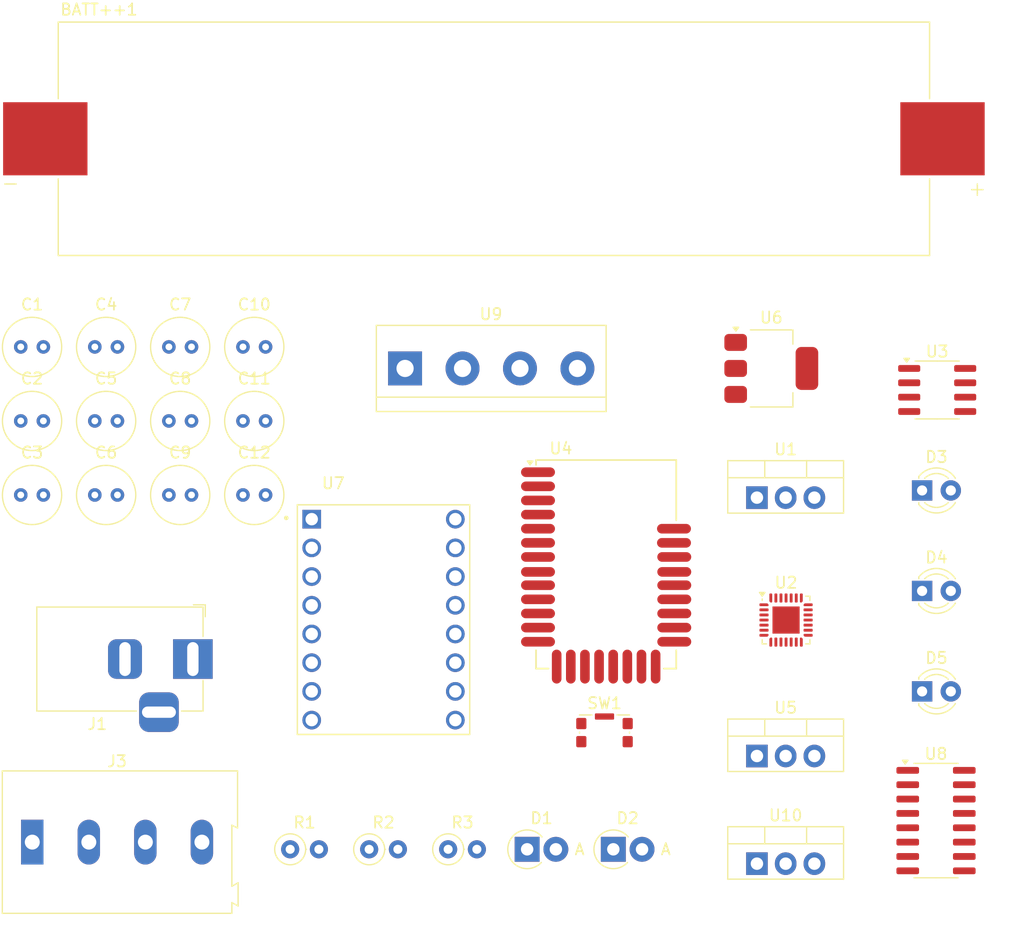
<source format=kicad_pcb>
(kicad_pcb (version 20240108) (generator "pcbnew") (generator_version "8.0")
  (layers (0 "F.Cu" signal) (31 "B.Cu" signal) (34 "B.Paste" user) (35 "F.Paste" user) (36 "B.SilkS" user "B.Silkscreen") (37 "F.SilkS" user "F.Silkscreen") (38 "B.Mask" user) (39 "F.Mask" user) (44 "Edge.Cuts" user))
  (net 0 "")
  (net 1 "Net-(D1-A)")
  (net 2 "GND")
  (net 3 "Net-(U1-VO)")
  (net 4 "/+12V")
  (net 5 "Net-(D1-K)")
  (net 6 "Net-(U5-VI)")
  (net 7 "/+5V")
  (net 8 "Net-(U5-VO)")
  (net 9 "Net-(U6-VO)")
  (net 10 "/3.3V")
  (net 11 "Net-(U2-VCC)")
  (net 12 "Net-(U2-AVCC)")
  (net 13 "Net-(U2-AREF)")
  (net 14 "Net-(U10-VI)")
  (net 15 "Net-(U10-VO)")
  (net 16 "Net-(U8-AVDD)")
  (net 17 "Net-(D2-A)")
  (net 18 "Net-(D3-A)")
  (net 19 "Net-(D4-A)")
  (net 20 "Net-(D5-A)")
  (net 21 "Net-(J3-Pin_2)")
  (net 22 "Net-(J3-Pin_3)")
  (net 23 "Net-(J3-Pin_4)")
  (net 24 "Net-(J3-Pin_1)")
  (net 25 "Net-(U2-~{RESET}{slash}PC6)")
  (net 26 "Net-(U2-PC5)")
  (net 27 "Net-(U2-PC4)")
  (net 28 "Net-(SW1-B)")
  (net 29 "Net-(U2-PD2)")
  (net 31 "Net-(U2-PD0)")
  (net 32 "Net-(U2-PD4)")
  (net 38 "Net-(U2-PD6)")
  (net 40 "Net-(U2-PD5)")
  (net 42 "Net-(U2-PD1)")
  (net 44 "Net-(U2-PD7)")
  (net 50 "Net-(U8-INA-)")
  (net 53 "Net-(U8-INA+)")
  (footprint "Connector_BarrelJack:BarrelJack_Horizontal" (layer "F.Cu") (at 118.395 113.3425)
    (property "Reference" "J1" (at -8.45 5.75 0) (layer "F.SilkS"))
    (property "Value" "Jack-DC")
    (fp_line (start -13.8 -4.6) (end 0.9 -4.6) (stroke (width 0.12)) (layer "F.SilkS"))
    (fp_line (start -13.8 4.6) (end -13.8 -4.6) (stroke (width 0.12)) (layer "F.SilkS"))
    (fp_line (start -5 4.6) (end -13.8 4.6) (stroke (width 0.12)) (layer "F.SilkS"))
    (fp_line (start 0.05 -4.8) (end 1.1 -4.8) (stroke (width 0.12)) (layer "F.SilkS"))
    (fp_line (start 0.9 -4.6) (end 0.9 -2) (stroke (width 0.12)) (layer "F.SilkS"))
    (fp_line (start 0.9 1.9) (end 0.9 4.6) (stroke (width 0.12)) (layer "F.SilkS"))
    (fp_line (start 0.9 4.6) (end -1 4.6) (stroke (width 0.12)) (layer "F.SilkS"))
    (fp_line (start 1.1 -3.75) (end 1.1 -4.8) (stroke (width 0.12)) (layer "F.SilkS"))
    (pad "1" thru_hole rect (at 0 0) (size 3.5 3.5) (drill oval 1 3) (layers "*.Cu" "*.Mask") (net 17 "Net-(D2-A)"))
    (pad "2" thru_hole roundrect (at -6 0) (size 3 3.5) (drill oval 1 3) (layers "*.Cu" "*.Mask") (net 2 "GND"))
    (pad "3" thru_hole roundrect (at -3 4.7) (size 3.5 3.5) (drill oval 3 1) (layers "*.Cu" "*.Mask"))
  )
  (footprint "Capacitor_THT:C_Radial_D5.0mm_H5.0mm_P2.00mm" (layer "F.Cu") (at 116.275 98.825)
    (property "Reference" "C9" (at 1 -3.75 0) (layer "F.SilkS"))
    (property "Value" "0.33uF")
    (fp_circle (center 1 0) (end 3.62 0) (stroke (width 0.12)) (fill none) (layer "F.SilkS"))
    (pad "1" thru_hole circle (at 0 0) (size 1.2 1.2) (drill 0.6) (layers "*.Cu" "*.Mask") (net 14 "Net-(U10-VI)"))
    (pad "2" thru_hole circle (at 2 0) (size 1.2 1.2) (drill 0.6) (layers "*.Cu" "*.Mask") (net 4 "/+12V"))
  )
  (footprint "DRV8825_STEPPER_MOTOR_DRIVER_CARRIER:IC_DRV8825_STEPPER_MOTOR_DRIVER_CARRIER" (layer "F.Cu") (at 135.255 109.855)
    (property "Reference" "U7" (at -4.445 -12.065 0) (layer "F.SilkS"))
    (property "Value" "STEPPER_MOTOR_DRIVER_CARRIER")
    (fp_line (start -7.62 -10.16) (end 7.62 -10.16) (stroke (width 0.127)) (layer "F.SilkS"))
    (fp_line (start -7.62 10.16) (end -7.62 -10.16) (stroke (width 0.127)) (layer "F.SilkS"))
    (fp_line (start 7.62 -10.16) (end 7.62 10.16) (stroke (width 0.127)) (layer "F.SilkS"))
    (fp_line (start 7.62 10.16) (end -7.62 10.16) (stroke (width 0.127)) (layer "F.SilkS"))
    (fp_circle (center -8.6 -9) (end -8.5 -9) (stroke (width 0.2)) (fill none) (layer "F.SilkS"))
    (pad "1" thru_hole rect (at -6.35 -8.89) (size 1.65 1.65) (drill 1.1) (layers "*.Cu" "*.Mask"))
    (pad "2" thru_hole circle (at -6.35 -6.35) (size 1.65 1.65) (drill 1.1) (layers "*.Cu" "*.Mask") (net 2 "GND"))
    (pad "3" thru_hole circle (at -6.35 -3.81) (size 1.65 1.65) (drill 1.1) (layers "*.Cu" "*.Mask") (net 2 "GND"))
    (pad "4" thru_hole circle (at -6.35 -1.27) (size 1.65 1.65) (drill 1.1) (layers "*.Cu" "*.Mask") (net 2 "GND"))
    (pad "5" thru_hole circle (at -6.35 1.27) (size 1.65 1.65) (drill 1.1) (layers "*.Cu" "*.Mask") (net 7 "/+5V"))
    (pad "6" thru_hole circle (at -6.35 3.81) (size 1.65 1.65) (drill 1.1) (layers "*.Cu" "*.Mask") (net 7 "/+5V"))
    (pad "7" thru_hole circle (at -6.35 6.35) (size 1.65 1.65) (drill 1.1) (layers "*.Cu" "*.Mask") (net 38 "Net-(U2-PD6)"))
    (pad "8" thru_hole circle (at -6.35 8.89) (size 1.65 1.65) (drill 1.1) (layers "*.Cu" "*.Mask") (net 44 "Net-(U2-PD7)"))
    (pad "9" thru_hole circle (at 6.35 8.89) (size 1.65 1.65) (drill 1.1) (layers "*.Cu" "*.Mask") (net 2 "GND"))
    (pad "10" thru_hole circle (at 6.35 6.35) (size 1.65 1.65) (drill 1.1) (layers "*.Cu" "*.Mask") (net 7 "/+5V"))
    (pad "11" thru_hole circle (at 6.35 3.81) (size 1.65 1.65) (drill 1.1) (layers "*.Cu" "*.Mask") (net 21 "Net-(J3-Pin_2)"))
    (pad "12" thru_hole circle (at 6.35 1.27) (size 1.65 1.65) (drill 1.1) (layers "*.Cu" "*.Mask") (net 24 "Net-(J3-Pin_1)"))
    (pad "13" thru_hole circle (at 6.35 -1.27) (size 1.65 1.65) (drill 1.1) (layers "*.Cu" "*.Mask") (net 22 "Net-(J3-Pin_3)"))
    (pad "14" thru_hole circle (at 6.35 -3.81) (size 1.65 1.65) (drill 1.1) (layers "*.Cu" "*.Mask") (net 23 "Net-(J3-Pin_4)"))
    (pad "15" thru_hole circle (at 6.35 -6.35) (size 1.65 1.65) (drill 1.1) (layers "*.Cu" "*.Mask") (net 2 "GND"))
    (pad "16" thru_hole circle (at 6.35 -8.89) (size 1.65 1.65) (drill 1.1) (layers "*.Cu" "*.Mask") (net 4 "/+12V"))
  )
  (footprint "Resistor_THT:R_Axial_DIN0207_L6.3mm_D2.5mm_P2.54mm_Vertical" (layer "F.Cu") (at 127 130.175)
    (property "Reference" "R1" (at 1.27 -2.37 0) (layer "F.SilkS"))
    (property "Value" "10K")
    (fp_line (start 1.37 0) (end 1.44 0) (stroke (width 0.12)) (layer "F.SilkS"))
    (fp_circle (center 0 0) (end 1.37 0) (stroke (width 0.12)) (fill none) (layer "F.SilkS"))
    (pad "1" thru_hole circle (at 0 0) (size 1.6 1.6) (drill 0.8) (layers "*.Cu" "*.Mask") (net 7 "/+5V"))
    (pad "2" thru_hole oval (at 2.54 0) (size 1.6 1.6) (drill 0.8) (layers "*.Cu" "*.Mask") (net 25 "Net-(U2-~{RESET}{slash}PC6)"))
  )
  (footprint "Capacitor_THT:C_Radial_D5.0mm_H5.0mm_P2.00mm" (layer "F.Cu") (at 122.825 85.725)
    (property "Reference" "C10" (at 1 -3.75 0) (layer "F.SilkS"))
    (property "Value" "0.1 uF")
    (fp_circle (center 1 0) (end 3.62 0) (stroke (width 0.12)) (fill none) (layer "F.SilkS"))
    (pad "1" thru_hole circle (at 0 0) (size 1.2 1.2) (drill 0.6) (layers "*.Cu" "*.Mask") (net 15 "Net-(U10-VO)"))
    (pad "2" thru_hole circle (at 2 0) (size 1.2 1.2) (drill 0.6) (layers "*.Cu" "*.Mask") (net 16 "Net-(U8-AVDD)"))
  )
  (footprint "Capacitor_THT:C_Radial_D5.0mm_H5.0mm_P2.00mm" (layer "F.Cu") (at 103.175 85.725)
    (property "Reference" "C1" (at 1 -3.75 0) (layer "F.SilkS"))
    (property "Value" "0.1 uF")
    (fp_circle (center 1 0) (end 3.62 0) (stroke (width 0.12)) (fill none) (layer "F.SilkS"))
    (pad "1" thru_hole circle (at 0 0) (size 1.2 1.2) (drill 0.6) (layers "*.Cu" "*.Mask") (net 3 "Net-(U1-VO)"))
    (pad "2" thru_hole circle (at 2 0) (size 1.2 1.2) (drill 0.6) (layers "*.Cu" "*.Mask") (net 4 "/+12V"))
  )
  (footprint "Capacitor_THT:C_Radial_D5.0mm_H5.0mm_P2.00mm" (layer "F.Cu") (at 109.725 92.275)
    (property "Reference" "C5" (at 1 -3.75 0) (layer "F.SilkS"))
    (property "Value" "0.1 uF")
    (fp_circle (center 1 0) (end 3.62 0) (stroke (width 0.12)) (fill none) (layer "F.SilkS"))
    (pad "1" thru_hole circle (at 0 0) (size 1.2 1.2) (drill 0.6) (layers "*.Cu" "*.Mask") (net 9 "Net-(U6-VO)"))
    (pad "2" thru_hole circle (at 2 0) (size 1.2 1.2) (drill 0.6) (layers "*.Cu" "*.Mask") (net 10 "/3.3V"))
  )
  (footprint "Capacitor_THT:C_Radial_D5.0mm_H5.0mm_P2.00mm" (layer "F.Cu") (at 122.825 92.275)
    (property "Reference" "C11" (at 1 -3.75 0) (layer "F.SilkS"))
    (property "Value" "0.1 uF")
    (fp_circle (center 1 0) (end 3.62 0) (stroke (width 0.12)) (fill none) (layer "F.SilkS"))
    (pad "1" thru_hole circle (at 0 0) (size 1.2 1.2) (drill 0.6) (layers "*.Cu" "*.Mask") (net 16 "Net-(U8-AVDD)"))
    (pad "2" thru_hole circle (at 2 0) (size 1.2 1.2) (drill 0.6) (layers "*.Cu" "*.Mask") (net 2 "GND"))
  )
  (footprint "Package_TO_SOT_THT:TO-220-3_Vertical" (layer "F.Cu") (at 168.275 121.92)
    (property "Reference" "U5" (at 2.54 -4.27 0) (layer "F.SilkS"))
    (property "Value" "Linear Regulator")
    (fp_line (start -2.58 -3.27) (end -2.58 1.371) (stroke (width 0.12)) (layer "F.SilkS"))
    (fp_line (start -2.58 -3.27) (end 7.66 -3.27) (stroke (width 0.12)) (layer "F.SilkS"))
    (fp_line (start -2.58 -1.76) (end 7.66 -1.76) (stroke (width 0.12)) (layer "F.SilkS"))
    (fp_line (start -2.58 1.371) (end 7.66 1.371) (stroke (width 0.12)) (layer "F.SilkS"))
    (fp_line (start 0.69 -3.27) (end 0.69 -1.76) (stroke (width 0.12)) (layer "F.SilkS"))
    (fp_line (start 4.391 -3.27) (end 4.391 -1.76) (stroke (width 0.12)) (layer "F.SilkS"))
    (fp_line (start 7.66 -3.27) (end 7.66 1.371) (stroke (width 0.12)) (layer "F.SilkS"))
    (pad "1" thru_hole rect (at 0 0) (size 1.905 2) (drill 1.1) (layers "*.Cu" "*.Mask") (net 6 "Net-(U5-VI)"))
    (pad "2" thru_hole oval (at 2.54 0) (size 1.905 2) (drill 1.1) (layers "*.Cu" "*.Mask") (net 2 "GND"))
    (pad "3" thru_hole oval (at 5.08 0) (size 1.905 2) (drill 1.1) (layers "*.Cu" "*.Mask") (net 8 "Net-(U5-VO)"))
  )
  (footprint "Package_TO_SOT_THT:TO-220-3_Vertical" (layer "F.Cu") (at 168.275 131.445)
    (property "Reference" "U10" (at 2.54 -4.27 0) (layer "F.SilkS"))
    (property "Value" "Linear Regulator")
    (fp_line (start -2.58 -3.27) (end -2.58 1.371) (stroke (width 0.12)) (layer "F.SilkS"))
    (fp_line (start -2.58 -3.27) (end 7.66 -3.27) (stroke (width 0.12)) (layer "F.SilkS"))
    (fp_line (start -2.58 -1.76) (end 7.66 -1.76) (stroke (width 0.12)) (layer "F.SilkS"))
    (fp_line (start -2.58 1.371) (end 7.66 1.371) (stroke (width 0.12)) (layer "F.SilkS"))
    (fp_line (start 0.69 -3.27) (end 0.69 -1.76) (stroke (width 0.12)) (layer "F.SilkS"))
    (fp_line (start 4.391 -3.27) (end 4.391 -1.76) (stroke (width 0.12)) (layer "F.SilkS"))
    (fp_line (start 7.66 -3.27) (end 7.66 1.371) (stroke (width 0.12)) (layer "F.SilkS"))
    (pad "1" thru_hole rect (at 0 0) (size 1.905 2) (drill 1.1) (layers "*.Cu" "*.Mask") (net 14 "Net-(U10-VI)"))
    (pad "2" thru_hole oval (at 2.54 0) (size 1.905 2) (drill 1.1) (layers "*.Cu" "*.Mask") (net 2 "GND"))
    (pad "3" thru_hole oval (at 5.08 0) (size 1.905 2) (drill 1.1) (layers "*.Cu" "*.Mask") (net 15 "Net-(U10-VO)"))
  )
  (footprint "Diode_THT:D_DO-41_SOD81_P2.54mm_Vertical_AnodeUp" (layer "F.Cu") (at 155.575 130.175)
    (property "Reference" "D2" (at 1.27 -2.750635 0) (layer "F.SilkS"))
    (property "Value" "V_IN")
    (fp_arc (start 1.251551 1.167366) (mid -1.710877 -0.044974) (end 1.311153 -1.1) (stroke (width 0.12)) (layer "F.SilkS"))
    (fp_text user "A" (at 4.64 0 0) (layer "F.SilkS"))
    (pad "1" thru_hole rect (at 0 0) (size 2.2 2.2) (drill 1.1) (layers "*.Cu" "*.Mask") (net 5 "Net-(D1-K)"))
    (pad "2" thru_hole oval (at 2.54 0) (size 2.2 2.2) (drill 1.1) (layers "*.Cu" "*.Mask") (net 17 "Net-(D2-A)"))
  )
  (footprint "Package_SO:SOP-16_3.9x9.9mm_P1.27mm" (layer "F.Cu") (at 184.11 127.635)
    (property "Reference" "U8" (at 0 -5.9 0) (layer "F.SilkS"))
    (property "Value" "HX711")
    (fp_line (start 0 -5.06) (end -1.95 -5.06) (stroke (width 0.12)) (layer "F.SilkS"))
    (fp_line (start 0 -5.06) (end 1.95 -5.06) (stroke (width 0.12)) (layer "F.SilkS"))
    (fp_line (start 0 5.06) (end -1.95 5.06) (stroke (width 0.12)) (layer "F.SilkS"))
    (fp_line (start 0 5.06) (end 1.95 5.06) (stroke (width 0.12)) (layer "F.SilkS"))
    (fp_poly (pts (xy -2.725 -5.005) (xy -2.965 -5.335) (xy -2.485 -5.335) (xy -2.725 -5.005)) (stroke (width 0.12)) (fill solid) (layer "F.SilkS"))
    (pad "1" smd roundrect (at -2.5 -4.445) (size 2 0.6) (layers "F.Cu" "F.Paste" "F.Mask") (net 16 "Net-(U8-AVDD)"))
    (pad "2" smd roundrect (at -2.5 -3.175) (size 2 0.6) (layers "F.Cu" "F.Paste" "F.Mask") (net 2 "GND"))
    (pad "3" smd roundrect (at -2.5 -1.905) (size 2 0.6) (layers "F.Cu" "F.Paste" "F.Mask") (net 16 "Net-(U8-AVDD)"))
    (pad "4" smd roundrect (at -2.5 -0.635) (size 2 0.6) (layers "F.Cu" "F.Paste" "F.Mask"))
    (pad "5" smd roundrect (at -2.5 0.635) (size 2 0.6) (layers "F.Cu" "F.Paste" "F.Mask") (net 2 "GND"))
    (pad "6" smd roundrect (at -2.5 1.905) (size 2 0.6) (layers "F.Cu" "F.Paste" "F.Mask"))
    (pad "7" smd roundrect (at -2.5 3.175) (size 2 0.6) (layers "F.Cu" "F.Paste" "F.Mask") (net 50 "Net-(U8-INA-)"))
    (pad "8" smd roundrect (at -2.5 4.445) (size 2 0.6) (layers "F.Cu" "F.Paste" "F.Mask") (net 53 "Net-(U8-INA+)"))
    (pad "9" smd roundrect (at 2.5 4.445) (size 2 0.6) (layers "F.Cu" "F.Paste" "F.Mask"))
    (pad "10" smd roundrect (at 2.5 3.175) (size 2 0.6) (layers "F.Cu" "F.Paste" "F.Mask"))
    (pad "11" smd roundrect (at 2.5 1.905) (size 2 0.6) (layers "F.Cu" "F.Paste" "F.Mask") (net 40 "Net-(U2-PD5)"))
    (pad "12" smd roundrect (at 2.5 0.635) (size 2 0.6) (layers "F.Cu" "F.Paste" "F.Mask") (net 32 "Net-(U2-PD4)"))
    (pad "13" smd roundrect (at 2.5 -0.635) (size 2 0.6) (layers "F.Cu" "F.Paste" "F.Mask") (net 2 "GND"))
    (pad "14" smd roundrect (at 2.5 -1.905) (size 2 0.6) (layers "F.Cu" "F.Paste" "F.Mask") (net 2 "GND"))
    (pad "15" smd roundrect (at 2.5 -3.175) (size 2 0.6) (layers "F.Cu" "F.Paste" "F.Mask") (net 2 "GND"))
    (pad "16" smd roundrect (at 2.5 -4.445) (size 2 0.6) (layers "F.Cu" "F.Paste" "F.Mask") (net 16 "Net-(U8-AVDD)"))
  )
  (footprint "Capacitor_THT:C_Radial_D5.0mm_H5.0mm_P2.00mm" (layer "F.Cu") (at 109.725 85.725)
    (property "Reference" "C4" (at 1 -3.75 0) (layer "F.SilkS"))
    (property "Value" "0.1 uF")
    (fp_circle (center 1 0) (end 3.62 0) (stroke (width 0.12)) (fill none) (layer "F.SilkS"))
    (pad "1" thru_hole circle (at 0 0) (size 1.2 1.2) (drill 0.6) (layers "*.Cu" "*.Mask") (net 8 "Net-(U5-VO)"))
    (pad "2" thru_hole circle (at 2 0) (size 1.2 1.2) (drill 0.6) (layers "*.Cu" "*.Mask") (net 7 "/+5V"))
  )
  (footprint "Resistor_THT:R_Axial_DIN0207_L6.3mm_D2.5mm_P2.54mm_Vertical" (layer "F.Cu") (at 133.985 130.175)
    (property "Reference" "R2" (at 1.27 -2.37 0) (layer "F.SilkS"))
    (property "Value" "4.7K")
    (fp_line (start 1.37 0) (end 1.44 0) (stroke (width 0.12)) (layer "F.SilkS"))
    (fp_circle (center 0 0) (end 1.37 0) (stroke (width 0.12)) (fill none) (layer "F.SilkS"))
    (pad "1" thru_hole circle (at 0 0) (size 1.6 1.6) (drill 0.8) (layers "*.Cu" "*.Mask") (net 26 "Net-(U2-PC5)"))
    (pad "2" thru_hole oval (at 2.54 0) (size 1.6 1.6) (drill 0.8) (layers "*.Cu" "*.Mask") (net 7 "/+5V"))
  )
  (footprint "Diode_THT:D_DO-41_SOD81_P2.54mm_Vertical_AnodeUp" (layer "F.Cu") (at 147.955 130.175)
    (property "Reference" "D1" (at 1.27 -2.750635 0) (layer "F.SilkS"))
    (property "Value" "V_IN")
    (fp_arc (start 1.251551 1.167366) (mid -1.710877 -0.044974) (end 1.311153 -1.1) (stroke (width 0.12)) (layer "F.SilkS"))
    (fp_text user "A" (at 4.64 0 0) (layer "F.SilkS"))
    (pad "1" thru_hole rect (at 0 0) (size 2.2 2.2) (drill 1.1) (layers "*.Cu" "*.Mask") (net 5 "Net-(D1-K)"))
    (pad "2" thru_hole oval (at 2.54 0) (size 2.2 2.2) (drill 1.1) (layers "*.Cu" "*.Mask") (net 1 "Net-(D1-A)"))
  )
  (footprint "RF_Module:BLE112-A" (layer "F.Cu") (at 154.94 105.41)
    (property "Reference" "U4" (at -4 -10.7 0) (layer "F.SilkS"))
    (property "Value" "Bluetooth Module")
    (fp_line (start -6.2 -9.675) (end -6.2 -9.25) (stroke (width 0.15)) (layer "F.SilkS"))
    (fp_line (start -6.2 8.775) (end -6.2 7.15) (stroke (width 0.15)) (layer "F.SilkS"))
    (fp_line (start -5.1 8.775) (end -6.2 8.775) (stroke (width 0.15)) (layer "F.SilkS"))
    (fp_line (start 5.1 8.775) (end 6.2 8.775) (stroke (width 0.15)) (layer "F.SilkS"))
    (fp_line (start 6.2 -9.675) (end -6.2 -9.675) (stroke (width 0.15)) (layer "F.SilkS"))
    (fp_line (start 6.2 -4.35) (end 6.2 -9.675) (stroke (width 0.15)) (layer "F.SilkS"))
    (fp_line (start 6.2 8.775) (end 6.2 7.15) (stroke (width 0.15)) (layer "F.SilkS"))
    (fp_poly (pts (xy -6.725 -9.25) (xy -6.965 -9.586) (xy -6.485 -9.586) (xy -6.725 -9.25)) (stroke (width 0.12)) (fill solid) (layer "F.SilkS"))
    (pad "1" smd oval (at -6.025 -8.6) (size 3 0.85) (layers "F.Cu" "F.Paste" "F.Mask"))
    (pad "2" smd oval (at -6.025 -7.35) (size 3 0.85) (layers "F.Cu" "F.Paste" "F.Mask"))
    (pad "3" smd oval (at -6.025 -6.1) (size 3 0.85) (layers "F.Cu" "F.Paste" "F.Mask"))
    (pad "4" smd oval (at -6.025 -4.85) (size 3 0.85) (layers "F.Cu" "F.Paste" "F.Mask"))
    (pad "5" smd oval (at -6.025 -3.6) (size 3 0.85) (layers "F.Cu" "F.Paste" "F.Mask"))
    (pad "6" smd oval (at -6.025 -2.35) (size 3 0.85) (layers "F.Cu" "F.Paste" "F.Mask"))
    (pad "7" smd oval (at -6.025 -1.1) (size 3 0.85) (layers "F.Cu" "F.Paste" "F.Mask"))
    (pad "8" smd oval (at -6.025 0.22) (size 3 0.85) (layers "F.Cu" "F.Paste" "F.Mask"))
    (pad "9" smd oval (at -6.025 1.4) (size 3 0.85) (layers "F.Cu" "F.Paste" "F.Mask"))
    (pad "10" smd oval (at -6.025 2.65) (size 3 0.85) (layers "F.Cu" "F.Paste" "F.Mask"))
    (pad "11" smd oval (at -6.025 3.9) (size 3 0.85) (layers "F.Cu" "F.Paste" "F.Mask"))
    (pad "12" smd oval (at -6.025 5.15) (size 3 0.85) (layers "F.Cu" "F.Paste" "F.Mask"))
    (pad "13" smd oval (at -6.025 6.4) (size 3 0.85) (layers "F.Cu" "F.Paste" "F.Mask"))
    (pad "14" smd oval (at -4.375 8.6 90) (size 3 0.85) (layers "F.Cu" "F.Paste" "F.Mask"))
    (pad "15" smd oval (at -3.125 8.6 90) (size 3 0.85) (layers "F.Cu" "F.Paste" "F.Mask"))
    (pad "16" smd oval (at -1.875 8.6 90) (size 3 0.85) (layers "F.Cu" "F.Paste" "F.Mask"))
    (pad "17" smd oval (at -0.625 8.6 90) (size 3 0.85) (layers "F.Cu" "F.Paste" "F.Mask"))
    (pad "18" smd oval (at 0.625 8.6 90) (size 3 0.85) (layers "F.Cu" "F.Paste" "F.Mask"))
    (pad "19" smd oval (at 1.875 8.6 90) (size 3 0.85) (layers "F.Cu" "F.Paste" "F.Mask"))
    (pad "20" smd oval (at 3.125 8.6 90) (size 3 0.85) (layers "F.Cu" "F.Paste" "F.Mask"))
    (pad "21" smd oval (at 4.375 8.6 90) (size 3 0.85) (layers "F.Cu" "F.Paste" "F.Mask"))
    (pad "22" smd oval (at 6.025 6.4) (size 3 0.85) (layers "F.Cu" "F.Paste" "F.Mask"))
    (pad "23" smd oval (at 6.025 5.15) (size 3 0.85) (layers "F.Cu" "F.Paste" "F.Mask"))
    (pad "24" smd oval (at 6.025 3.9) (size 3 0.85) (layers "F.Cu" "F.Paste" "F.Mask"))
    (pad "25" smd oval (at 6.025 2.65) (size 3 0.85) (layers "F.Cu" "F.Paste" "F.Mask"))
    (pad "26" smd oval (at 6.025 1.4) (size 3 0.85) (layers "F.Cu" "F.Paste" "F.Mask"))
    (pad "27" smd oval (at 6.025 0.22) (size 3 0.85) (layers "F.Cu" "F.Paste" "F.Mask"))
    (pad "28" smd oval (at 6.025 -1.1) (size 3 0.85) (layers "F.Cu" "F.Paste" "F.Mask"))
    (pad "29" smd oval (at 6 -2.35) (size 3 0.85) (layers "F.Cu" "F.Paste" "F.Mask"))
    (pad "30" smd oval (at 6 -3.6) (size 3 0.85) (layers "F.Cu" "F.Paste" "F.Mask"))
  )
  (footprint "1042P:BAT_1042P" (layer "F.Cu") (at 145.015 67.31)
    (property "Reference" "BATT++1" (at -34.925 -11.43 0) (layer "F.SilkS"))
    (property "Value" "2472")
    (fp_line (start -43.25 4) (end -42.25 4) (stroke (width 0.127)) (layer "F.SilkS"))
    (fp_line (start -38.525 -10.325) (end 38.525 -10.325) (stroke (width 0.127)) (layer "F.SilkS"))
    (fp_line (start -38.525 -3.55) (end -38.525 -10.325) (stroke (width 0.127)) (layer "F.SilkS"))
    (fp_line (start -38.525 10.325) (end -38.525 3.55) (stroke (width 0.127)) (layer "F.SilkS"))
    (fp_line (start 38.525 -10.325) (end 38.525 -3.55) (stroke (width 0.127)) (layer "F.SilkS"))
    (fp_line (start 38.525 3.55) (end 38.525 10.325) (stroke (width 0.127)) (layer "F.SilkS"))
    (fp_line (start 38.525 10.325) (end -38.525 10.325) (stroke (width 0.127)) (layer "F.SilkS"))
    (fp_line (start 42.25 4.5) (end 43.25 4.5) (stroke (width 0.127)) (layer "F.SilkS"))
    (fp_line (start 42.75 4) (end 42.75 5) (stroke (width 0.127)) (layer "F.SilkS"))
    (pad "" np_thru_hole circle (at -27.6 8) (size 3.45 3.45) (drill 3.45) (layers "*.Cu" "*.Mask"))
    (pad "" np_thru_hole circle (at 27.6 -8) (size 3.45 3.45) (drill 3.45) (layers "*.Cu" "*.Mask"))
    (pad "" np_thru_hole circle (at 35.82 8) (size 2.39 2.39) (drill 2.39) (layers "*.Cu" "*.Mask"))
    (pad "N" smd rect (at -39.67 0) (size 7.46 6.47) (layers "F.Cu" "F.Paste" "F.Mask") (net 2 "GND"))
    (pad "P" smd rect (at 39.67 0) (size 7.46 6.47) (layers "F.Cu" "F.Paste" "F.Mask") (net 1 "Net-(D1-A)"))
  )
  (footprint "Package_DFN_QFN:QFN-28-1EP_4x4mm_P0.45mm_EP2.4x2.4mm" (layer "F.Cu") (at 170.85 109.89)
    (property "Reference" "U2" (at 0 -3.3 0) (layer "F.SilkS"))
    (property "Value" "ATmega328P-MM")
    (fp_line (start -2.11 -1.735) (end -2.11 -1.87) (stroke (width 0.12)) (layer "F.SilkS"))
    (fp_line (start -2.11 2.11) (end -2.11 1.735) (stroke (width 0.12)) (layer "F.SilkS"))
    (fp_line (start -1.735 2.11) (end -2.11 2.11) (stroke (width 0.12)) (layer "F.SilkS"))
    (fp_line (start 1.735 -2.11) (end 2.11 -2.11) (stroke (width 0.12)) (layer "F.SilkS"))
    (fp_line (start 1.735 2.11) (end 2.11 2.11) (stroke (width 0.12)) (layer "F.SilkS"))
    (fp_line (start 2.11 -2.11) (end 2.11 -1.735) (stroke (width 0.12)) (layer "F.SilkS"))
    (fp_line (start 2.11 2.11) (end 2.11 1.735) (stroke (width 0.12)) (layer "F.SilkS"))
    (fp_poly (pts (xy -2.11 -2.11) (xy -2.35 -2.44) (xy -1.87 -2.44) (xy -2.11 -2.11)) (stroke (width 0.12)) (fill solid) (layer "F.SilkS"))
    (pad "1" smd custom (at -1.95 -1.35) (size 0.179289 0.179289) (layers "F.Cu" "F.Paste" "F.Mask") (net 28 "Net-(SW1-B)") (options (clearance outline) (anchor circle)) (primitives (gr_poly (pts (xy -0.3375 -0.0625) (xy 0.274112 -0.0625) (xy 0.3375 0.000888) (xy 0.3375 0.0625) (xy -0.3375 0.0625)) (width 0.125) (fill yes))))
    (pad "2" smd roundrect (at -1.95 -0.9) (size 0.8 0.25) (layers "F.Cu" "F.Paste" "F.Mask") (net 32 "Net-(U2-PD4)"))
    (pad "3" smd roundrect (at -1.95 -0.45) (size 0.8 0.25) (layers "F.Cu" "F.Paste" "F.Mask") (net 11 "Net-(U2-VCC)"))
    (pad "4" smd roundrect (at -1.95 0) (size 0.8 0.25) (layers "F.Cu" "F.Paste" "F.Mask") (net 2 "GND"))
    (pad "5" smd roundrect (at -1.95 0.45) (size 0.8 0.25) (layers "F.Cu" "F.Paste" "F.Mask"))
    (pad "6" smd roundrect (at -1.95 0.9) (size 0.8 0.25) (layers "F.Cu" "F.Paste" "F.Mask"))
    (pad "7" smd custom (at -1.95 1.35) (size 0.179289 0.179289) (layers "F.Cu" "F.Paste" "F.Mask") (net 40 "Net-(U2-PD5)") (options (clearance outline) (anchor circle)) (primitives (gr_poly (pts (xy -0.3375 -0.0625) (xy 0.3375 -0.0625) (xy 0.3375 -0.000888) (xy 0.274112 0.0625) (xy -0.3375 0.0625)) (width 0.125) (fill yes))))
    (pad "8" smd custom (at -1.35 1.95) (size 0.179289 0.179289) (layers "F.Cu" "F.Paste" "F.Mask") (net 38 "Net-(U2-PD6)") (options (clearance outline) (anchor circle)) (primitives (gr_poly (pts (xy -0.0625 -0.274112) (xy 0.000888 -0.3375) (xy 0.0625 -0.3375) (xy 0.0625 0.3375) (xy -0.0625 0.3375)) (width 0.125) (fill yes))))
    (pad "9" smd roundrect (at -0.9 1.95) (size 0.25 0.8) (layers "F.Cu" "F.Paste" "F.Mask") (net 44 "Net-(U2-PD7)"))
    (pad "10" smd roundrect (at -0.45 1.95) (size 0.25 0.8) (layers "F.Cu" "F.Paste" "F.Mask") (net 19 "Net-(D4-A)"))
    (pad "11" smd roundrect (at 0 1.95) (size 0.25 0.8) (layers "F.Cu" "F.Paste" "F.Mask") (net 18 "Net-(D3-A)"))
    (pad "12" smd roundrect (at 0.45 1.95) (size 0.25 0.8) (layers "F.Cu" "F.Paste" "F.Mask") (net 20 "Net-(D5-A)"))
    (pad "13" smd roundrect (at 0.9 1.95) (size 0.25 0.8) (layers "F.Cu" "F.Paste" "F.Mask"))
    (pad "14" smd custom (at 1.35 1.95) (size 0.179289 0.179289) (layers "F.Cu" "F.Paste" "F.Mask") (options (clearance outline) (anchor circle)) (primitives (gr_poly (pts (xy -0.0625 -0.3375) (xy -0.000888 -0.3375) (xy 0.0625 -0.274112) (xy 0.0625 0.3375) (xy -0.0625 0.3375)) (width 0.125) (fill yes))))
    (pad "15" smd custom (at 1.95 1.35) (size 0.179289 0.179289) (layers "F.Cu" "F.Paste" "F.Mask") (options (clearance outline) (anchor circle)) (primitives (gr_poly (pts (xy -0.3375 -0.0625) (xy 0.3375 -0.0625) (xy 0.3375 0.0625) (xy -0.274112 0.0625) (xy -0.3375 -0.000888)) (width 0.125) (fill yes))))
    (pad "16" smd roundrect (at 1.95 0.9) (size 0.8 0.25) (layers "F.Cu" "F.Paste" "F.Mask") (net 12 "Net-(U2-AVCC)"))
    (pad "17" smd roundrect (at 1.95 0.45) (size 0.8 0.25) (layers "F.Cu" "F.Paste" "F.Mask") (net 13 "Net-(U2-AREF)"))
    (pad "18" smd roundrect (at 1.95 0) (size 0.8 0.25) (layers "F.Cu" "F.Paste" "F.Mask") (net 2 "GND"))
    (pad "19" smd roundrect (at 1.95 -0.45) (size 0.8 0.25) (layers "F.Cu" "F.Paste" "F.Mask"))
    (pad "20" smd roundrect (at 1.95 -0.9) (size 0.8 0.25) (layers "F.Cu" "F.Paste" "F.Mask"))
    (pad "21" smd custom (at 1.95 -1.35) (size 0.179289 0.179289) (layers "F.Cu" "F.Paste" "F.Mask") (options (clearance outline) (anchor circle)) (primitives (gr_poly (pts (xy -0.3375 0.000888) (xy -0.274112 -0.0625) (xy 0.3375 -0.0625) (xy 0.3375 0.0625) (xy -0.3375 0.0625)) (width 0.125) (fill yes))))
    (pad "22" smd custom (at 1.35 -1.95) (size 0.179289 0.179289) (layers "F.Cu" "F.Paste" "F.Mask") (options (clearance outline) (anchor circle)) (primitives (gr_poly (pts (xy -0.0625 -0.3375) (xy 0.0625 -0.3375) (xy 0.0625 0.274112) (xy -0.000888 0.3375) (xy -0.0625 0.3375)) (width 0.125) (fill yes))))
    (pad "23" smd roundrect (at 0.9 -1.95) (size 0.25 0.8) (layers "F.Cu" "F.Paste" "F.Mask") (net 27 "Net-(U2-PC4)"))
    (pad "24" smd roundrect (at 0.45 -1.95) (size 0.25 0.8) (layers "F.Cu" "F.Paste" "F.Mask") (net 26 "Net-(U2-PC5)"))
    (pad "25" smd roundrect (at 0 -1.95) (size 0.25 0.8) (layers "F.Cu" "F.Paste" "F.Mask") (net 25 "Net-(U2-~{RESET}{slash}PC6)"))
    (pad "26" smd roundrect (at -0.45 -1.95) (size 0.25 0.8) (layers "F.Cu" "F.Paste" "F.Mask") (net 31 "Net-(U2-PD0)"))
    (pad "27" smd roundrect (at -0.9 -1.95) (size 0.25 0.8) (layers "F.Cu" "F.Paste" "F.Mask") (net 42 "Net-(U2-PD1)"))
    (pad "28" smd custom (at -1.35 -1.95) (size 0.179289 0.179289) (layers "F.Cu" "F.Paste" "F.Mask") (net 29 "Net-(U2-PD2)") (options (clearance outline) (anchor circle)) (primitives (gr_poly (pts (xy -0.0625 -0.3375) (xy 0.0625 -0.3375) (xy 0.0625 0.3375) (xy 0.000888 0.3375) (xy -0.0625 0.274112)) (width 0.125) (fill yes))))
    (pad "29" smd rect (at 0 0) (size 2.4 2.4) (property pad_prop_heatsink) (layers "F.Cu" "F.Mask") (net 2 "GND"))
  )
  (footprint "LED_THT:LED_D3.0mm" (layer "F.Cu") (at 182.88 98.425)
    (property "Reference" "D3" (at 1.27 -2.96 0) (layer "F.SilkS"))
    (property "Value" "Active Dispense LED")
    (fp_line (start -0.29 -1.236) (end -0.29 -1.08) (stroke (width 0.12)) (layer "F.SilkS"))
    (fp_line (start -0.29 1.08) (end -0.29 1.236) (stroke (width 0.12)) (layer "F.SilkS"))
    (fp_arc (start -0.29 -1.235516) (mid 1.365624 -1.987701) (end 2.941397 -1.080061) (stroke (width 0.12)) (layer "F.SilkS"))
    (fp_arc (start 0.229039 -1.08) (mid 1.269965 -1.5) (end 2.31091 -1.080049) (stroke (width 0.12)) (layer "F.SilkS"))
    (fp_arc (start 2.31091 1.080049) (mid 1.269965 1.5) (end 0.229039 1.08) (stroke (width 0.12)) (layer "F.SilkS"))
    (fp_arc (start 2.941397 1.080061) (mid 1.365624 1.987701) (end -0.29 1.235516) (stroke (width 0.12)) (layer "F.SilkS"))
    (pad "1" thru_hole rect (at 0 0) (size 1.8 1.8) (drill 0.9) (layers "*.Cu" "*.Mask") (net 2 "GND"))
    (pad "2" thru_hole circle (at 2.54 0) (size 1.8 1.8) (drill 0.9) (layers "*.Cu" "*.Mask") (net 18 "Net-(D3-A)"))
  )
  (footprint "Button_Switch_SMD:SW_SPST_CK_KMS2xxGP" (layer "F.Cu") (at 154.795 119.85)
    (property "Reference" "SW1" (at 0 -2.6 0) (layer "F.SilkS"))
    (property "Value" "Push Button")
    (fp_line (start -2.21 -1.56) (end -1.11 -1.56) (stroke (width 0.12)) (layer "F.SilkS"))
    (fp_line (start -2.21 -0.04) (end -2.21 0.04) (stroke (width 0.12)) (layer "F.SilkS"))
    (fp_line (start 1.11 -1.56) (end 2.21 -1.56) (stroke (width 0.12)) (layer "F.SilkS"))
    (fp_line (start 2.21 -0.04) (end 2.21 0.04) (stroke (width 0.12)) (layer "F.SilkS"))
    (pad "" np_thru_hole circle (at -0.975 0.75) (size 0.9 0.9) (drill 0.9) (layers "F&B.Cu" "*.Mask"))
    (pad "" np_thru_hole circle (at 0.975 0.75) (size 0.9 0.9) (drill 0.9) (layers "F&B.Cu" "*.Mask"))
    (pad "1" smd roundrect (at -2.05 -0.8) (size 0.9 1) (layers "F.Cu" "F.Paste" "F.Mask") (roundrect_rratio 0.15) (net 29 "Net-(U2-PD2)"))
    (pad "1" smd roundrect (at 2.05 -0.8) (size 0.9 1) (layers "F.Cu" "F.Paste" "F.Mask") (roundrect_rratio 0.15) (net 29 "Net-(U2-PD2)"))
    (pad "2" smd roundrect (at -2.05 0.8) (size 0.9 1) (layers "F.Cu" "F.Paste" "F.Mask") (roundrect_rratio 0.15) (net 2 "GND"))
    (pad "2" smd roundrect (at 2.05 0.8) (size 0.9 1) (layers "F.Cu" "F.Paste" "F.Mask") (roundrect_rratio 0.15) (net 2 "GND"))
    (pad "SH" smd roundrect (at 0 -1.425) (size 1.7 0.55) (layers "F.Cu" "F.Paste" "F.Mask") (roundrect_rratio 0.15) (net 28 "Net-(SW1-B)"))
  )
  (footprint "TerminalBlock:TerminalBlock_Altech_AK300-4_P5.00mm" (layer "F.Cu") (at 104.195 129.54)
    (property "Reference" "J3" (at 7.5 -7.15 0) (layer "F.SilkS"))
    (property "Value" "Stepper motor")
    (fp_line (start -2.65 -6.3) (end 18.15 -6.3) (stroke (width 0.12)) (layer "F.SilkS"))
    (fp_line (start -2.65 6.3) (end -2.65 -6.3) (stroke (width 0.12)) (layer "F.SilkS"))
    (fp_line (start 17.65 -1.5) (end 17.65 3.9) (stroke (width 0.12)) (layer "F.SilkS"))
    (fp_line (start 17.65 3.9) (end 18.2 3.6) (stroke (width 0.12)) (layer "F.SilkS"))
    (fp_line (start 17.65 5.35) (end 17.65 6.3) (stroke (width 0.12)) (layer "F.SilkS"))
    (fp_line (start 17.65 6.3) (end -2.65 6.3) (stroke (width 0.12)) (layer "F.SilkS"))
    (fp_line (start 18.15 -6.3) (end 18.15 -1.25) (stroke (width 0.12)) (layer "F.SilkS"))
    (fp_line (start 18.15 -1.25) (end 17.65 -1.5) (stroke (width 0.12)) (layer "F.SilkS"))
    (fp_line (start 18.2 3.6) (end 18.2 5.65) (stroke (width 0.12)) (layer "F.SilkS"))
    (fp_line (start 18.2 5.65) (end 17.65 5.35) (stroke (width 0.12)) (layer "F.SilkS"))
    (pad "1" thru_hole rect (at 0 0) (size 1.98 3.96) (drill 1.32) (layers "*.Cu" "*.Mask") (net 24 "Net-(J3-Pin_1)"))
    (pad "2" thru_hole oval (at 5 0) (size 1.98 3.96) (drill 1.32) (layers "*.Cu" "*.Mask") (net 21 "Net-(J3-Pin_2)"))
    (pad "3" thru_hole oval (at 10 0) (size 1.98 3.96) (drill 1.32) (layers "*.Cu" "*.Mask") (net 22 "Net-(J3-Pin_3)"))
    (pad "4" thru_hole oval (at 15 0) (size 1.98 3.96) (drill 1.32) (layers "*.Cu" "*.Mask") (net 23 "Net-(J3-Pin_4)"))
  )
  (footprint "Capacitor_THT:C_Radial_D5.0mm_H5.0mm_P2.00mm" (layer "F.Cu") (at 116.275 85.725)
    (property "Reference" "C7" (at 1 -3.75 0) (layer "F.SilkS"))
    (property "Value" "0.1 uF")
    (fp_circle (center 1 0) (end 3.62 0) (stroke (width 0.12)) (fill none) (layer "F.SilkS"))
    (pad "1" thru_hole circle (at 0 0) (size 1.2 1.2) (drill 0.6) (layers "*.Cu" "*.Mask") (net 12 "Net-(U2-AVCC)"))
    (pad "2" thru_hole circle (at 2 0) (size 1.2 1.2) (drill 0.6) (layers "*.Cu" "*.Mask") (net 7 "/+5V"))
  )
  (footprint "Capacitor_THT:C_Radial_D5.0mm_H5.0mm_P2.00mm" (layer "F.Cu") (at 116.275 92.275)
    (property "Reference" "C8" (at 1 -3.75 0) (layer "F.SilkS"))
    (property "Value" "0.1 uF")
    (fp_circle (center 1 0) (end 3.62 0) (stroke (width 0.12)) (fill none) (layer "F.SilkS"))
    (pad "1" thru_hole circle (at 0 0) (size 1.2 1.2) (drill 0.6) (layers "*.Cu" "*.Mask") (net 13 "Net-(U2-AREF)"))
    (pad "2" thru_hole circle (at 2 0) (size 1.2 1.2) (drill 0.6) (layers "*.Cu" "*.Mask") (net 2 "GND"))
  )
  (footprint "Capacitor_THT:C_Radial_D5.0mm_H5.0mm_P2.00mm" (layer "F.Cu") (at 122.825 98.825)
    (property "Reference" "C12" (at 1 -3.75 0) (layer "F.SilkS"))
    (property "Value" "0.1 uF")
    (fp_circle (center 1 0) (end 3.62 0) (stroke (width 0.12)) (fill none) (layer "F.SilkS"))
    (pad "1" thru_hole circle (at 0 0) (size 1.2 1.2) (drill 0.6) (layers "*.Cu" "*.Mask") (net 2 "GND"))
    (pad "2" thru_hole circle (at 2 0) (size 1.2 1.2) (drill 0.6) (layers "*.Cu" "*.Mask") (net 16 "Net-(U8-AVDD)"))
  )
  (footprint "Capacitor_THT:C_Radial_D5.0mm_H5.0mm_P2.00mm" (layer "F.Cu") (at 103.175 98.825)
    (property "Reference" "C3" (at 1 -3.75 0) (layer "F.SilkS"))
    (property "Value" "0.33uF")
    (fp_circle (center 1 0) (end 3.62 0) (stroke (width 0.12)) (fill none) (layer "F.SilkS"))
    (pad "1" thru_hole circle (at 0 0) (size 1.2 1.2) (drill 0.6) (layers "*.Cu" "*.Mask") (net 6 "Net-(U5-VI)"))
    (pad "2" thru_hole circle (at 2 0) (size 1.2 1.2) (drill 0.6) (layers "*.Cu" "*.Mask") (net 4 "/+12V"))
  )
  (footprint "Package_SO:SOIC-8_3.9x4.9mm_P1.27mm" (layer "F.Cu") (at 184.215 89.535)
    (property "Reference" "U3" (at 0 -3.4 0) (layer "F.SilkS"))
    (property "Value" "Real Time Clock")
    (fp_line (start 0 -2.56) (end -1.95 -2.56) (stroke (width 0.12)) (layer "F.SilkS"))
    (fp_line (start 0 -2.56) (end 1.95 -2.56) (stroke (width 0.12)) (layer "F.SilkS"))
    (fp_line (start 0 2.56) (end -1.95 2.56) (stroke (width 0.12)) (layer "F.SilkS"))
    (fp_line (start 0 2.56) (end 1.95 2.56) (stroke (width 0.12)) (layer "F.SilkS"))
    (fp_poly (pts (xy -2.7 -2.465) (xy -2.94 -2.795) (xy -2.46 -2.795) (xy -2.7 -2.465)) (stroke (width 0.12)) (fill solid) (layer "F.SilkS"))
    (pad "1" smd roundrect (at -2.475 -1.905) (size 1.95 0.6) (layers "F.Cu" "F.Paste" "F.Mask"))
    (pad "2" smd roundrect (at -2.475 -0.635) (size 1.95 0.6) (layers "F.Cu" "F.Paste" "F.Mask") (net 7 "/+5V"))
    (pad "3" smd roundrect (at -2.475 0.635) (size 1.95 0.6) (layers "F.Cu" "F.Paste" "F.Mask"))
    (pad "4" smd roundrect (at -2.475 1.905) (size 1.95 0.6) (layers "F.Cu" "F.Paste" "F.Mask"))
    (pad "5" smd roundrect (at 2.475 1.905) (size 1.95 0.6) (layers "F.Cu" "F.Paste" "F.Mask") (net 2 "GND"))
    (pad "6" smd roundrect (at 2.475 0.635) (size 1.95 0.6) (layers "F.Cu" "F.Paste" "F.Mask"))
    (pad "7" smd roundrect (at 2.475 -0.635) (size 1.95 0.6) (layers "F.Cu" "F.Paste" "F.Mask") (net 27 "Net-(U2-PC4)"))
    (pad "8" smd roundrect (at 2.475 -1.905) (size 1.95 0.6) (layers "F.Cu" "F.Paste" "F.Mask") (net 26 "Net-(U2-PC5)"))
  )
  (footprint "Resistor_THT:R_Axial_DIN0207_L6.3mm_D2.5mm_P2.54mm_Vertical" (layer "F.Cu") (at 140.97 130.175)
    (property "Reference" "R3" (at 1.27 -2.37 0) (layer "F.SilkS"))
    (property "Value" "4.7K")
    (fp_line (start 1.37 0) (end 1.44 0) (stroke (width 0.12)) (layer "F.SilkS"))
    (fp_circle (center 0 0) (end 1.37 0) (stroke (width 0.12)) (fill none) (layer "F.SilkS"))
    (pad "1" thru_hole circle (at 0 0) (size 1.6 1.6) (drill 0.8) (layers "*.Cu" "*.Mask") (net 27 "Net-(U2-PC4)"))
    (pad "2" thru_hole oval (at 2.54 0) (size 1.6 1.6) (drill 0.8) (layers "*.Cu" "*.Mask") (net 7 "/+5V"))
  )
  (footprint "Package_TO_SOT_THT:TO-220-3_Vertical" (layer "F.Cu") (at 168.275 99.06)
    (property "Reference" "U1" (at 2.54 -4.27 0) (layer "F.SilkS"))
    (property "Value" "Voltage Regulator")
    (fp_line (start -2.58 -3.27) (end -2.58 1.371) (stroke (width 0.12)) (layer "F.SilkS"))
    (fp_line (start -2.58 -3.27) (end 7.66 -3.27) (stroke (width 0.12)) (layer "F.SilkS"))
    (fp_line (start -2.58 -1.76) (end 7.66 -1.76) (stroke (width 0.12)) (layer "F.SilkS"))
    (fp_line (start -2.58 1.371) (end 7.66 1.371) (stroke (width 0.12)) (layer "F.SilkS"))
    (fp_line (start 0.69 -3.27) (end 0.69 -1.76) (stroke (width 0.12)) (layer "F.SilkS"))
    (fp_line (start 4.391 -3.27) (end 4.391 -1.76) (stroke (width 0.12)) (layer "F.SilkS"))
    (fp_line (start 7.66 -3.27) (end 7.66 1.371) (stroke (width 0.12)) (layer "F.SilkS"))
    (pad "1" thru_hole rect (at 0 0) (size 1.905 2) (drill 1.1) (layers "*.Cu" "*.Mask") (net 5 "Net-(D1-K)"))
    (pad "2" thru_hole oval (at 2.54 0) (size 1.905 2) (drill 1.1) (layers "*.Cu" "*.Mask") (net 2 "GND"))
    (pad "3" thru_hole oval (at 5.08 0) (size 1.905 2) (drill 1.1) (layers "*.Cu" "*.Mask") (net 3 "Net-(U1-VO)"))
  )
  (footprint "Capacitor_THT:C_Radial_D5.0mm_H5.0mm_P2.00mm" (layer "F.Cu") (at 109.725 98.825)
    (property "Reference" "C6" (at 1 -3.75 0) (layer "F.SilkS"))
    (property "Value" "0.1 uF")
    (fp_circle (center 1 0) (end 3.62 0) (stroke (width 0.12)) (fill none) (layer "F.SilkS"))
    (pad "1" thru_hole circle (at 0 0) (size 1.2 1.2) (drill 0.6) (layers "*.Cu" "*.Mask") (net 11 "Net-(U2-VCC)"))
    (pad "2" thru_hole circle (at 2 0) (size 1.2 1.2) (drill 0.6) (layers "*.Cu" "*.Mask") (net 7 "/+5V"))
  )
  (footprint "LED_THT:LED_D3.0mm" (layer "F.Cu") (at 182.88 107.315)
    (property "Reference" "D4" (at 1.27 -2.96 0) (layer "F.SilkS"))
    (property "Value" "Refill Alert LED")
    (fp_line (start -0.29 -1.236) (end -0.29 -1.08) (stroke (width 0.12)) (layer "F.SilkS"))
    (fp_line (start -0.29 1.08) (end -0.29 1.236) (stroke (width 0.12)) (layer "F.SilkS"))
    (fp_arc (start -0.29 -1.235516) (mid 1.365624 -1.987701) (end 2.941397 -1.080061) (stroke (width 0.12)) (layer "F.SilkS"))
    (fp_arc (start 0.229039 -1.08) (mid 1.269965 -1.5) (end 2.31091 -1.080049) (stroke (width 0.12)) (layer "F.SilkS"))
    (fp_arc (start 2.31091 1.080049) (mid 1.269965 1.5) (end 0.229039 1.08) (stroke (width 0.12)) (layer "F.SilkS"))
    (fp_arc (start 2.941397 1.080061) (mid 1.365624 1.987701) (end -0.29 1.235516) (stroke (width 0.12)) (layer "F.SilkS"))
    (pad "1" thru_hole rect (at 0 0) (size 1.8 1.8) (drill 0.9) (layers "*.Cu" "*.Mask") (net 2 "GND"))
    (pad "2" thru_hole circle (at 2.54 0) (size 1.8 1.8) (drill 0.9) (layers "*.Cu" "*.Mask") (net 19 "Net-(D4-A)"))
  )
  (footprint "Package_TO_SOT_SMD:SOT-223-3_TabPin2" (layer "F.Cu") (at 169.545 87.63)
    (property "Reference" "U6" (at 0 -4.5 0) (layer "F.SilkS"))
    (property "Value" "Linear Regulator")
    (fp_line (start -1.85 -3.41) (end 1.91 -3.41) (stroke (width 0.12)) (layer "F.SilkS"))
    (fp_line (start -1.85 3.41) (end 1.91 3.41) (stroke (width 0.12)) (layer "F.SilkS"))
    (fp_line (start 1.91 -3.41) (end 1.91 -2.15) (stroke (width 0.12)) (layer "F.SilkS"))
    (fp_line (start 1.91 3.41) (end 1.91 2.15) (stroke (width 0.12)) (layer "F.SilkS"))
    (fp_poly (pts (xy -3.13 -3.31) (xy -3.37 -3.64) (xy -2.89 -3.64) (xy -3.13 -3.31)) (stroke (width 0.12)) (fill solid) (layer "F.SilkS"))
    (pad "1" smd roundrect (at -3.15 -2.3) (size 2 1.5) (layers "F.Cu" "F.Paste" "F.Mask") (net 2 "GND"))
    (pad "2" smd roundrect (at -3.15 0) (size 2 1.5) (layers "F.Cu" "F.Paste" "F.Mask") (net 9 "Net-(U6-VO)"))
    (pad "2" smd roundrect (at 3.15 0) (size 2 3.8) (layers "F.Cu" "F.Paste" "F.Mask") (net 9 "Net-(U6-VO)"))
    (pad "3" smd roundrect (at -3.15 2.3) (size 2 1.5) (layers "F.Cu" "F.Paste" "F.Mask") (net 6 "Net-(U5-VI)"))
  )
  (footprint "Capacitor_THT:C_Radial_D5.0mm_H5.0mm_P2.00mm" (layer "F.Cu") (at 103.175 92.275)
    (property "Reference" "C2" (at 1 -3.75 0) (layer "F.SilkS"))
    (property "Value" "0.33uF")
    (fp_circle (center 1 0) (end 3.62 0) (stroke (width 0.12)) (fill none) (layer "F.SilkS"))
    (pad "1" thru_hole circle (at 0 0) (size 1.2 1.2) (drill 0.6) (layers "*.Cu" "*.Mask") (net 5 "Net-(D1-K)"))
    (pad "2" thru_hole circle (at 2 0) (size 1.2 1.2) (drill 0.6) (layers "*.Cu" "*.Mask") (net 2 "GND"))
  )
  (footprint "LED_THT:LED_D3.0mm" (layer "F.Cu") (at 182.88 116.205)
    (property "Reference" "D5" (at 1.27 -2.96 0) (layer "F.SilkS"))
    (property "Value" "Missed Dose LED")
    (fp_line (start -0.29 -1.236) (end -0.29 -1.08) (stroke (width 0.12)) (layer "F.SilkS"))
    (fp_line (start -0.29 1.08) (end -0.29 1.236) (stroke (width 0.12)) (layer "F.SilkS"))
    (fp_arc (start -0.29 -1.235516) (mid 1.365624 -1.987701) (end 2.941397 -1.080061) (stroke (width 0.12)) (layer "F.SilkS"))
    (fp_arc (start 0.229039 -1.08) (mid 1.269965 -1.5) (end 2.31091 -1.080049) (stroke (width 0.12)) (layer "F.SilkS"))
    (fp_arc (start 2.31091 1.080049) (mid 1.269965 1.5) (end 0.229039 1.08) (stroke (width 0.12)) (layer "F.SilkS"))
    (fp_arc (start 2.941397 1.080061) (mid 1.365624 1.987701) (end -0.29 1.235516) (stroke (width 0.12)) (layer "F.SilkS"))
    (pad "1" thru_hole rect (at 0 0) (size 1.8 1.8) (drill 0.9) (layers "*.Cu" "*.Mask") (net 2 "GND"))
    (pad "2" thru_hole circle (at 2.54 0) (size 1.8 1.8) (drill 0.9) (layers "*.Cu" "*.Mask") (net 20 "Net-(D5-A)"))
  )
  (footprint "TerminalBlock:TerminalBlock_bornier-4_P5.08mm" (layer "F.Cu") (at 137.16 87.63)
    (property "Reference" "U9" (at 7.6 -4.8 0) (layer "F.SilkS"))
    (property "Value" "FX1901-0001-0200-L")
    (fp_line (start -2.54 -3.81) (end -2.54 3.81) (stroke (width 0.12)) (layer "F.SilkS"))
    (fp_line (start -2.54 -3.81) (end 17.78 -3.81) (stroke (width 0.12)) (layer "F.SilkS"))
    (fp_line (start -2.54 3.81) (end 17.78 3.81) (stroke (width 0.12)) (layer "F.SilkS"))
    (fp_line (start 17.78 2.54) (end -2.54 2.54) (stroke (width 0.12)) (layer "F.SilkS"))
    (fp_line (start 17.78 3.81) (end 17.78 -3.81) (stroke (width 0.12)) (layer "F.SilkS"))
    (pad "1" thru_hole rect (at 0 0) (size 3 3) (drill 1.52) (layers "*.Cu" "*.Mask") (net 16 "Net-(U8-AVDD)"))
    (pad "2" thru_hole circle (at 5.08 0) (size 3 3) (drill 1.52) (layers "*.Cu" "*.Mask") (net 53 "Net-(U8-INA+)"))
    (pad "3" thru_hole circle (at 10.16 0) (size 3 3) (drill 1.52) (layers "*.Cu" "*.Mask") (net 50 "Net-(U8-INA-)"))
    (pad "4" thru_hole circle (at 15.24 0) (size 3 3) (drill 1.52) (layers "*.Cu" "*.Mask") (net 2 "GND"))
  )
)
</source>
